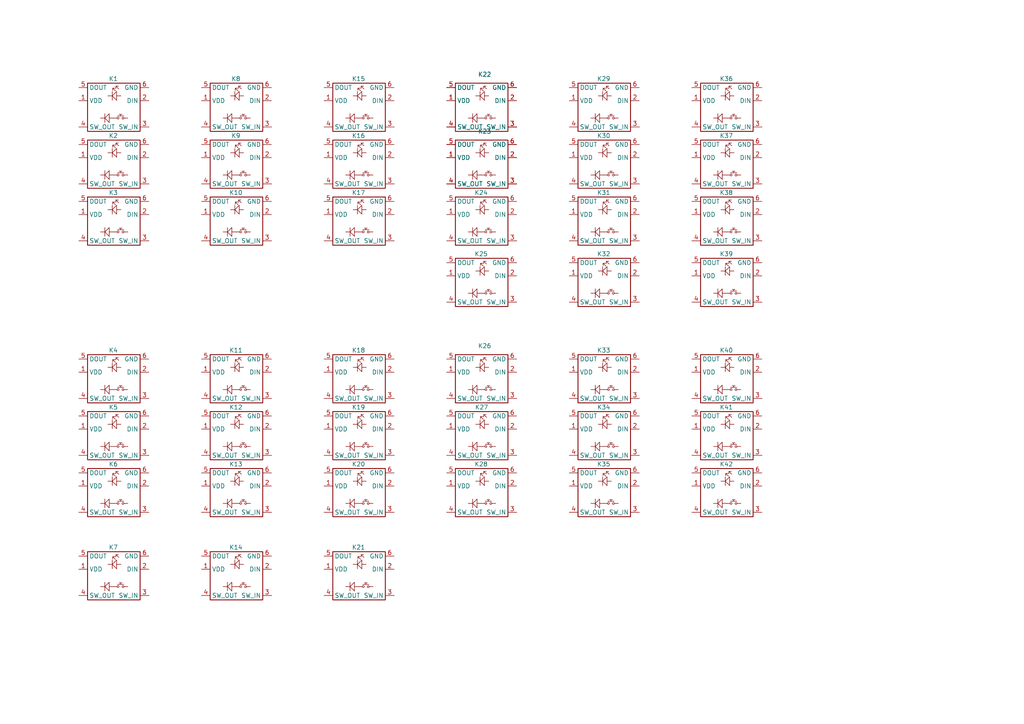
<source format=kicad_sch>
(kicad_sch (version 20211123) (generator eeschema)
  (paper "A4")
  (title_block (title "Rich Keyboard") (date "2018-11-16") (rev "1.0") (company "rvnash"))
  (lib_symbols
    (symbol "key-diode-led_11"
      (property "Reference" "K" (at 5.08 2.54 0))
      (symbol "key-diode-led_11_0_1"
        (rectangle (start -3.3256 -1.4272) (end -3.3256 -1.4272))
        (rectangle (start -2.54 10.16) (end 12.7 -3.81) (stroke (width 0.25)))
        (polyline (pts (xy 2.4692 -1.228) (xy 2.4692 1.312)))
        (polyline (pts (xy 2.4692 0.042) (xy 1.1992 0.042)))
        (polyline (pts (xy 4.6175 5.2168) (xy 4.6175 7.7568)))
        (polyline (pts (xy 4.6175 6.4868) (xy 3.3475 6.4868)))
        (polyline (pts (xy 4.7445 8.6966) (xy 4.7445 8.0616)))
        (polyline (pts (xy 5.0092 0.042) (xy 3.7392 0.042)))
        (polyline (pts (xy 5.6843 9.2808) (xy 5.6843 8.6458)))
        (polyline (pts (xy 5.9998 0.042) (xy 5.0346 0.042)))
        (polyline (pts (xy 7.0158 0.7278) (xy 7.0158 1.058)))
        (polyline (pts (xy 7.1575 6.4868) (xy 5.8875 6.4868)))
        (polyline (pts (xy 7.473 1.1342) (xy 6.6348 1.1342)))
        (polyline (pts (xy 7.9556 0.677) (xy 6.1522 0.677)))
        (polyline (pts (xy 4.7445 8.722) (xy 5.4557 8.722) (xy 5.4303 8.722)))
        (polyline (pts (xy 5.6843 9.3062) (xy 6.3955 9.3062) (xy 6.3701 9.3062)))
        (polyline (pts (xy 8.0064 0.042) (xy 9.1494 0.042) (xy 9.0986 0.0674)))
        (polyline (pts (xy 3.7392 -1.228) (xy 3.7392 1.312) (xy 2.4692 0.042) (xy 3.7392 -1.228)))
        (polyline (pts (xy 5.5573 7.9092) (xy 5.5573 7.9092) (xy 5.5573 7.9092) (xy 4.7953 8.6712)))
        (polyline (pts (xy 5.8875 5.2168) (xy 5.8875 7.7568) (xy 4.6175 6.4868) (xy 5.8875 5.2168)))
        (polyline (pts (xy 6.4971 8.4934) (xy 6.4971 8.4934) (xy 6.4971 8.4934) (xy 5.7351 9.2554)))
        (circle (center 6.3046 0.042) (radius 0.2736))
        (circle (center 7.727 0.0166) (radius 0.2736))
        (arc (start 15.24 -2.54) (mid 15.24 -2.54) (end 15.24 -2.54))
      )
      (symbol "key-diode-led_11_1_1"
        (pin input line (at -5.08 5.08 0) (length 2.54) (name "VDD") (number "1"))
        (pin input line (at 15.24 5.08 180) (length 2.54) (name "DIN") (number "2"))
        (pin input line (at 15.24 -2.54 180) (length 2.54) (name "SW_IN") (number "3"))
        (pin output line (at -5.08 -2.54 0) (length 2.54) (name "SW_OUT") (number "4"))
        (pin output line (at -5.08 8.89 0) (length 2.54) (name "DOUT") (number "5"))
        (pin input line (at 15.24 8.89 180) (length 2.54) (name "GND") (number "6"))
      )
    )
    (symbol "key-diode-led_16"
      (property "Reference" "K" (at 5.08 2.54 0))
      (symbol "key-diode-led_16_0_1"
        (rectangle (start -3.3256 -1.4272) (end -3.3256 -1.4272))
        (rectangle (start -2.54 10.16) (end 12.7 -3.81) (stroke (width 0.25)))
        (polyline (pts (xy 2.4692 -1.228) (xy 2.4692 1.312)))
        (polyline (pts (xy 2.4692 0.042) (xy 1.1992 0.042)))
        (polyline (pts (xy 4.6175 5.2168) (xy 4.6175 7.7568)))
        (polyline (pts (xy 4.6175 6.4868) (xy 3.3475 6.4868)))
        (polyline (pts (xy 4.7445 8.6966) (xy 4.7445 8.0616)))
        (polyline (pts (xy 5.0092 0.042) (xy 3.7392 0.042)))
        (polyline (pts (xy 5.6843 9.2808) (xy 5.6843 8.6458)))
        (polyline (pts (xy 5.9998 0.042) (xy 5.0346 0.042)))
        (polyline (pts (xy 7.0158 0.7278) (xy 7.0158 1.058)))
        (polyline (pts (xy 7.1575 6.4868) (xy 5.8875 6.4868)))
        (polyline (pts (xy 7.473 1.1342) (xy 6.6348 1.1342)))
        (polyline (pts (xy 7.9556 0.677) (xy 6.1522 0.677)))
        (polyline (pts (xy 4.7445 8.722) (xy 5.4557 8.722) (xy 5.4303 8.722)))
        (polyline (pts (xy 5.6843 9.3062) (xy 6.3955 9.3062) (xy 6.3701 9.3062)))
        (polyline (pts (xy 8.0064 0.042) (xy 9.1494 0.042) (xy 9.0986 0.0674)))
        (polyline (pts (xy 3.7392 -1.228) (xy 3.7392 1.312) (xy 2.4692 0.042) (xy 3.7392 -1.228)))
        (polyline (pts (xy 5.5573 7.9092) (xy 5.5573 7.9092) (xy 5.5573 7.9092) (xy 4.7953 8.6712)))
        (polyline (pts (xy 5.8875 5.2168) (xy 5.8875 7.7568) (xy 4.6175 6.4868) (xy 5.8875 5.2168)))
        (polyline (pts (xy 6.4971 8.4934) (xy 6.4971 8.4934) (xy 6.4971 8.4934) (xy 5.7351 9.2554)))
        (circle (center 6.3046 0.042) (radius 0.2736))
        (circle (center 7.727 0.0166) (radius 0.2736))
        (arc (start 15.24 -2.54) (mid 15.24 -2.54) (end 15.24 -2.54))
      )
      (symbol "key-diode-led_16_1_1"
        (pin input line (at -5.08 5.08 0) (length 2.54) (name "VDD") (number "1"))
        (pin input line (at 15.24 5.08 180) (length 2.54) (name "DIN") (number "2"))
        (pin input line (at 15.24 -2.54 180) (length 2.54) (name "SW_IN") (number "3"))
        (pin output line (at -5.08 -2.54 0) (length 2.54) (name "SW_OUT") (number "4"))
        (pin output line (at -5.08 8.89 0) (length 2.54) (name "DOUT") (number "5"))
        (pin input line (at 15.24 8.89 180) (length 2.54) (name "GND") (number "6"))
      )
    )
    (symbol "key-diode-led_17"
      (property "Reference" "K" (at 5.08 2.54 0))
      (symbol "key-diode-led_17_0_1"
        (rectangle (start -3.3256 -1.4272) (end -3.3256 -1.4272))
        (rectangle (start -2.54 10.16) (end 12.7 -3.81) (stroke (width 0.25)))
        (polyline (pts (xy 2.4692 -1.228) (xy 2.4692 1.312)))
        (polyline (pts (xy 2.4692 0.042) (xy 1.1992 0.042)))
        (polyline (pts (xy 4.6175 5.2168) (xy 4.6175 7.7568)))
        (polyline (pts (xy 4.6175 6.4868) (xy 3.3475 6.4868)))
        (polyline (pts (xy 4.7445 8.6966) (xy 4.7445 8.0616)))
        (polyline (pts (xy 5.0092 0.042) (xy 3.7392 0.042)))
        (polyline (pts (xy 5.6843 9.2808) (xy 5.6843 8.6458)))
        (polyline (pts (xy 5.9998 0.042) (xy 5.0346 0.042)))
        (polyline (pts (xy 7.0158 0.7278) (xy 7.0158 1.058)))
        (polyline (pts (xy 7.1575 6.4868) (xy 5.8875 6.4868)))
        (polyline (pts (xy 7.473 1.1342) (xy 6.6348 1.1342)))
        (polyline (pts (xy 7.9556 0.677) (xy 6.1522 0.677)))
        (polyline (pts (xy 4.7445 8.722) (xy 5.4557 8.722) (xy 5.4303 8.722)))
        (polyline (pts (xy 5.6843 9.3062) (xy 6.3955 9.3062) (xy 6.3701 9.3062)))
        (polyline (pts (xy 8.0064 0.042) (xy 9.1494 0.042) (xy 9.0986 0.0674)))
        (polyline (pts (xy 3.7392 -1.228) (xy 3.7392 1.312) (xy 2.4692 0.042) (xy 3.7392 -1.228)))
        (polyline (pts (xy 5.5573 7.9092) (xy 5.5573 7.9092) (xy 5.5573 7.9092) (xy 4.7953 8.6712)))
        (polyline (pts (xy 5.8875 5.2168) (xy 5.8875 7.7568) (xy 4.6175 6.4868) (xy 5.8875 5.2168)))
        (polyline (pts (xy 6.4971 8.4934) (xy 6.4971 8.4934) (xy 6.4971 8.4934) (xy 5.7351 9.2554)))
        (circle (center 6.3046 0.042) (radius 0.2736))
        (circle (center 7.727 0.0166) (radius 0.2736))
        (arc (start 15.24 -2.54) (mid 15.24 -2.54) (end 15.24 -2.54))
      )
      (symbol "key-diode-led_17_1_1"
        (pin input line (at -5.08 5.08 0) (length 2.54) (name "VDD") (number "1"))
        (pin input line (at 15.24 5.08 180) (length 2.54) (name "DIN") (number "2"))
        (pin input line (at 15.24 -2.54 180) (length 2.54) (name "SW_IN") (number "3"))
        (pin output line (at -5.08 -2.54 0) (length 2.54) (name "SW_OUT") (number "4"))
        (pin output line (at -5.08 8.89 0) (length 2.54) (name "DOUT") (number "5"))
        (pin input line (at 15.24 8.89 180) (length 2.54) (name "GND") (number "6"))
      )
    )
    (symbol "key-diode-led_18"
      (property "Reference" "K" (at 5.08 2.54 0))
      (symbol "key-diode-led_18_0_1"
        (rectangle (start -3.3256 -1.4272) (end -3.3256 -1.4272))
        (rectangle (start -2.54 10.16) (end 12.7 -3.81) (stroke (width 0.25)))
        (polyline (pts (xy 2.4692 -1.228) (xy 2.4692 1.312)))
        (polyline (pts (xy 2.4692 0.042) (xy 1.1992 0.042)))
        (polyline (pts (xy 4.6175 5.2168) (xy 4.6175 7.7568)))
        (polyline (pts (xy 4.6175 6.4868) (xy 3.3475 6.4868)))
        (polyline (pts (xy 4.7445 8.6966) (xy 4.7445 8.0616)))
        (polyline (pts (xy 5.0092 0.042) (xy 3.7392 0.042)))
        (polyline (pts (xy 5.6843 9.2808) (xy 5.6843 8.6458)))
        (polyline (pts (xy 5.9998 0.042) (xy 5.0346 0.042)))
        (polyline (pts (xy 7.0158 0.7278) (xy 7.0158 1.058)))
        (polyline (pts (xy 7.1575 6.4868) (xy 5.8875 6.4868)))
        (polyline (pts (xy 7.473 1.1342) (xy 6.6348 1.1342)))
        (polyline (pts (xy 7.9556 0.677) (xy 6.1522 0.677)))
        (polyline (pts (xy 4.7445 8.722) (xy 5.4557 8.722) (xy 5.4303 8.722)))
        (polyline (pts (xy 5.6843 9.3062) (xy 6.3955 9.3062) (xy 6.3701 9.3062)))
        (polyline (pts (xy 8.0064 0.042) (xy 9.1494 0.042) (xy 9.0986 0.0674)))
        (polyline (pts (xy 3.7392 -1.228) (xy 3.7392 1.312) (xy 2.4692 0.042) (xy 3.7392 -1.228)))
        (polyline (pts (xy 5.5573 7.9092) (xy 5.5573 7.9092) (xy 5.5573 7.9092) (xy 4.7953 8.6712)))
        (polyline (pts (xy 5.8875 5.2168) (xy 5.8875 7.7568) (xy 4.6175 6.4868) (xy 5.8875 5.2168)))
        (polyline (pts (xy 6.4971 8.4934) (xy 6.4971 8.4934) (xy 6.4971 8.4934) (xy 5.7351 9.2554)))
        (circle (center 6.3046 0.042) (radius 0.2736))
        (circle (center 7.727 0.0166) (radius 0.2736))
        (arc (start 15.24 -2.54) (mid 15.24 -2.54) (end 15.24 -2.54))
      )
      (symbol "key-diode-led_18_1_1"
        (pin input line (at -5.08 5.08 0) (length 2.54) (name "VDD") (number "1"))
        (pin input line (at 15.24 5.08 180) (length 2.54) (name "DIN") (number "2"))
        (pin input line (at 15.24 -2.54 180) (length 2.54) (name "SW_IN") (number "3"))
        (pin output line (at -5.08 -2.54 0) (length 2.54) (name "SW_OUT") (number "4"))
        (pin output line (at -5.08 8.89 0) (length 2.54) (name "DOUT") (number "5"))
        (pin input line (at 15.24 8.89 180) (length 2.54) (name "GND") (number "6"))
      )
    )
    (symbol "key-diode-led_19"
      (property "Reference" "K" (at 5.08 2.54 0))
      (symbol "key-diode-led_19_0_1"
        (rectangle (start -3.3256 -1.4272) (end -3.3256 -1.4272))
        (rectangle (start -2.54 10.16) (end 12.7 -3.81) (stroke (width 0.25)))
        (polyline (pts (xy 2.4692 -1.228) (xy 2.4692 1.312)))
        (polyline (pts (xy 2.4692 0.042) (xy 1.1992 0.042)))
        (polyline (pts (xy 4.6175 5.2168) (xy 4.6175 7.7568)))
        (polyline (pts (xy 4.6175 6.4868) (xy 3.3475 6.4868)))
        (polyline (pts (xy 4.7445 8.6966) (xy 4.7445 8.0616)))
        (polyline (pts (xy 5.0092 0.042) (xy 3.7392 0.042)))
        (polyline (pts (xy 5.6843 9.2808) (xy 5.6843 8.6458)))
        (polyline (pts (xy 5.9998 0.042) (xy 5.0346 0.042)))
        (polyline (pts (xy 7.0158 0.7278) (xy 7.0158 1.058)))
        (polyline (pts (xy 7.1575 6.4868) (xy 5.8875 6.4868)))
        (polyline (pts (xy 7.473 1.1342) (xy 6.6348 1.1342)))
        (polyline (pts (xy 7.9556 0.677) (xy 6.1522 0.677)))
        (polyline (pts (xy 4.7445 8.722) (xy 5.4557 8.722) (xy 5.4303 8.722)))
        (polyline (pts (xy 5.6843 9.3062) (xy 6.3955 9.3062) (xy 6.3701 9.3062)))
        (polyline (pts (xy 8.0064 0.042) (xy 9.1494 0.042) (xy 9.0986 0.0674)))
        (polyline (pts (xy 3.7392 -1.228) (xy 3.7392 1.312) (xy 2.4692 0.042) (xy 3.7392 -1.228)))
        (polyline (pts (xy 5.5573 7.9092) (xy 5.5573 7.9092) (xy 5.5573 7.9092) (xy 4.7953 8.6712)))
        (polyline (pts (xy 5.8875 5.2168) (xy 5.8875 7.7568) (xy 4.6175 6.4868) (xy 5.8875 5.2168)))
        (polyline (pts (xy 6.4971 8.4934) (xy 6.4971 8.4934) (xy 6.4971 8.4934) (xy 5.7351 9.2554)))
        (circle (center 6.3046 0.042) (radius 0.2736))
        (circle (center 7.727 0.0166) (radius 0.2736))
        (arc (start 15.24 -2.54) (mid 15.24 -2.54) (end 15.24 -2.54))
      )
      (symbol "key-diode-led_19_1_1"
        (pin input line (at -5.08 5.08 0) (length 2.54) (name "VDD") (number "1"))
        (pin input line (at 15.24 5.08 180) (length 2.54) (name "DIN") (number "2"))
        (pin input line (at 15.24 -2.54 180) (length 2.54) (name "SW_IN") (number "3"))
        (pin output line (at -5.08 -2.54 0) (length 2.54) (name "SW_OUT") (number "4"))
        (pin output line (at -5.08 8.89 0) (length 2.54) (name "DOUT") (number "5"))
        (pin input line (at 15.24 8.89 180) (length 2.54) (name "GND") (number "6"))
      )
    )
    (symbol "key-diode-led_20"
      (property "Reference" "K" (at 5.08 2.54 0))
      (symbol "key-diode-led_20_0_1"
        (rectangle (start -3.3256 -1.4272) (end -3.3256 -1.4272))
        (rectangle (start -2.54 10.16) (end 12.7 -3.81) (stroke (width 0.25)))
        (polyline (pts (xy 2.4692 -1.228) (xy 2.4692 1.312)))
        (polyline (pts (xy 2.4692 0.042) (xy 1.1992 0.042)))
        (polyline (pts (xy 4.6175 5.2168) (xy 4.6175 7.7568)))
        (polyline (pts (xy 4.6175 6.4868) (xy 3.3475 6.4868)))
        (polyline (pts (xy 4.7445 8.6966) (xy 4.7445 8.0616)))
        (polyline (pts (xy 5.0092 0.042) (xy 3.7392 0.042)))
        (polyline (pts (xy 5.6843 9.2808) (xy 5.6843 8.6458)))
        (polyline (pts (xy 5.9998 0.042) (xy 5.0346 0.042)))
        (polyline (pts (xy 7.0158 0.7278) (xy 7.0158 1.058)))
        (polyline (pts (xy 7.1575 6.4868) (xy 5.8875 6.4868)))
        (polyline (pts (xy 7.473 1.1342) (xy 6.6348 1.1342)))
        (polyline (pts (xy 7.9556 0.677) (xy 6.1522 0.677)))
        (polyline (pts (xy 4.7445 8.722) (xy 5.4557 8.722) (xy 5.4303 8.722)))
        (polyline (pts (xy 5.6843 9.3062) (xy 6.3955 9.3062) (xy 6.3701 9.3062)))
        (polyline (pts (xy 8.0064 0.042) (xy 9.1494 0.042) (xy 9.0986 0.0674)))
        (polyline (pts (xy 3.7392 -1.228) (xy 3.7392 1.312) (xy 2.4692 0.042) (xy 3.7392 -1.228)))
        (polyline (pts (xy 5.5573 7.9092) (xy 5.5573 7.9092) (xy 5.5573 7.9092) (xy 4.7953 8.6712)))
        (polyline (pts (xy 5.8875 5.2168) (xy 5.8875 7.7568) (xy 4.6175 6.4868) (xy 5.8875 5.2168)))
        (polyline (pts (xy 6.4971 8.4934) (xy 6.4971 8.4934) (xy 6.4971 8.4934) (xy 5.7351 9.2554)))
        (circle (center 6.3046 0.042) (radius 0.2736))
        (circle (center 7.727 0.0166) (radius 0.2736))
        (arc (start 15.24 -2.54) (mid 15.24 -2.54) (end 15.24 -2.54))
      )
      (symbol "key-diode-led_20_1_1"
        (pin input line (at -5.08 5.08 0) (length 2.54) (name "VDD") (number "1"))
        (pin input line (at 15.24 5.08 180) (length 2.54) (name "DIN") (number "2"))
        (pin input line (at 15.24 -2.54 180) (length 2.54) (name "SW_IN") (number "3"))
        (pin output line (at -5.08 -2.54 0) (length 2.54) (name "SW_OUT") (number "4"))
        (pin output line (at -5.08 8.89 0) (length 2.54) (name "DOUT") (number "5"))
        (pin input line (at 15.24 8.89 180) (length 2.54) (name "GND") (number "6"))
      )
    )
    (symbol "key-diode-led_23"
      (property "Reference" "K" (at 5.08 2.54 0))
      (symbol "key-diode-led_23_0_1"
        (rectangle (start -3.3256 -1.4272) (end -3.3256 -1.4272))
        (rectangle (start -2.54 10.16) (end 12.7 -3.81) (stroke (width 0.25)))
        (polyline (pts (xy 2.4692 -1.228) (xy 2.4692 1.312)))
        (polyline (pts (xy 2.4692 0.042) (xy 1.1992 0.042)))
        (polyline (pts (xy 4.6175 5.2168) (xy 4.6175 7.7568)))
        (polyline (pts (xy 4.6175 6.4868) (xy 3.3475 6.4868)))
        (polyline (pts (xy 4.7445 8.6966) (xy 4.7445 8.0616)))
        (polyline (pts (xy 5.0092 0.042) (xy 3.7392 0.042)))
        (polyline (pts (xy 5.6843 9.2808) (xy 5.6843 8.6458)))
        (polyline (pts (xy 5.9998 0.042) (xy 5.0346 0.042)))
        (polyline (pts (xy 7.0158 0.7278) (xy 7.0158 1.058)))
        (polyline (pts (xy 7.1575 6.4868) (xy 5.8875 6.4868)))
        (polyline (pts (xy 7.473 1.1342) (xy 6.6348 1.1342)))
        (polyline (pts (xy 7.9556 0.677) (xy 6.1522 0.677)))
        (polyline (pts (xy 4.7445 8.722) (xy 5.4557 8.722) (xy 5.4303 8.722)))
        (polyline (pts (xy 5.6843 9.3062) (xy 6.3955 9.3062) (xy 6.3701 9.3062)))
        (polyline (pts (xy 8.0064 0.042) (xy 9.1494 0.042) (xy 9.0986 0.0674)))
        (polyline (pts (xy 3.7392 -1.228) (xy 3.7392 1.312) (xy 2.4692 0.042) (xy 3.7392 -1.228)))
        (polyline (pts (xy 5.5573 7.9092) (xy 5.5573 7.9092) (xy 5.5573 7.9092) (xy 4.7953 8.6712)))
        (polyline (pts (xy 5.8875 5.2168) (xy 5.8875 7.7568) (xy 4.6175 6.4868) (xy 5.8875 5.2168)))
        (polyline (pts (xy 6.4971 8.4934) (xy 6.4971 8.4934) (xy 6.4971 8.4934) (xy 5.7351 9.2554)))
        (circle (center 6.3046 0.042) (radius 0.2736))
        (circle (center 7.727 0.0166) (radius 0.2736))
        (arc (start 15.24 -2.54) (mid 15.24 -2.54) (end 15.24 -2.54))
      )
      (symbol "key-diode-led_23_1_1"
        (pin input line (at -5.08 5.08 0) (length 2.54) (name "VDD") (number "1"))
        (pin input line (at 15.24 5.08 180) (length 2.54) (name "DIN") (number "2"))
        (pin input line (at 15.24 -2.54 180) (length 2.54) (name "SW_IN") (number "3"))
        (pin output line (at -5.08 -2.54 0) (length 2.54) (name "SW_OUT") (number "4"))
        (pin output line (at -5.08 8.89 0) (length 2.54) (name "DOUT") (number "5"))
        (pin input line (at 15.24 8.89 180) (length 2.54) (name "GND") (number "6"))
      )
    )
    (symbol "key-diode-led_25"
      (property "Reference" "K" (at 5.08 2.54 0))
      (symbol "key-diode-led_25_0_1"
        (rectangle (start -3.3256 -1.4272) (end -3.3256 -1.4272))
        (rectangle (start -2.54 10.16) (end 12.7 -3.81) (stroke (width 0.25)))
        (polyline (pts (xy 2.4692 -1.228) (xy 2.4692 1.312)))
        (polyline (pts (xy 2.4692 0.042) (xy 1.1992 0.042)))
        (polyline (pts (xy 4.6175 5.2168) (xy 4.6175 7.7568)))
        (polyline (pts (xy 4.6175 6.4868) (xy 3.3475 6.4868)))
        (polyline (pts (xy 4.7445 8.6966) (xy 4.7445 8.0616)))
        (polyline (pts (xy 5.0092 0.042) (xy 3.7392 0.042)))
        (polyline (pts (xy 5.6843 9.2808) (xy 5.6843 8.6458)))
        (polyline (pts (xy 5.9998 0.042) (xy 5.0346 0.042)))
        (polyline (pts (xy 7.0158 0.7278) (xy 7.0158 1.058)))
        (polyline (pts (xy 7.1575 6.4868) (xy 5.8875 6.4868)))
        (polyline (pts (xy 7.473 1.1342) (xy 6.6348 1.1342)))
        (polyline (pts (xy 7.9556 0.677) (xy 6.1522 0.677)))
        (polyline (pts (xy 4.7445 8.722) (xy 5.4557 8.722) (xy 5.4303 8.722)))
        (polyline (pts (xy 5.6843 9.3062) (xy 6.3955 9.3062) (xy 6.3701 9.3062)))
        (polyline (pts (xy 8.0064 0.042) (xy 9.1494 0.042) (xy 9.0986 0.0674)))
        (polyline (pts (xy 3.7392 -1.228) (xy 3.7392 1.312) (xy 2.4692 0.042) (xy 3.7392 -1.228)))
        (polyline (pts (xy 5.5573 7.9092) (xy 5.5573 7.9092) (xy 5.5573 7.9092) (xy 4.7953 8.6712)))
        (polyline (pts (xy 5.8875 5.2168) (xy 5.8875 7.7568) (xy 4.6175 6.4868) (xy 5.8875 5.2168)))
        (polyline (pts (xy 6.4971 8.4934) (xy 6.4971 8.4934) (xy 6.4971 8.4934) (xy 5.7351 9.2554)))
        (circle (center 6.3046 0.042) (radius 0.2736))
        (circle (center 7.727 0.0166) (radius 0.2736))
        (arc (start 15.24 -2.54) (mid 15.24 -2.54) (end 15.24 -2.54))
      )
      (symbol "key-diode-led_25_1_1"
        (pin input line (at -5.08 5.08 0) (length 2.54) (name "VDD") (number "1"))
        (pin input line (at 15.24 5.08 180) (length 2.54) (name "DIN") (number "2"))
        (pin input line (at 15.24 -2.54 180) (length 2.54) (name "SW_IN") (number "3"))
        (pin output line (at -5.08 -2.54 0) (length 2.54) (name "SW_OUT") (number "4"))
        (pin output line (at -5.08 8.89 0) (length 2.54) (name "DOUT") (number "5"))
        (pin input line (at 15.24 8.89 180) (length 2.54) (name "GND") (number "6"))
      )
    )
    (symbol "key-diode-led_26"
      (property "Reference" "K" (at 5.08 2.54 0))
      (symbol "key-diode-led_26_0_1"
        (rectangle (start -3.3256 -1.4272) (end -3.3256 -1.4272))
        (rectangle (start -2.54 10.16) (end 12.7 -3.81) (stroke (width 0.25)))
        (polyline (pts (xy 2.4692 -1.228) (xy 2.4692 1.312)))
        (polyline (pts (xy 2.4692 0.042) (xy 1.1992 0.042)))
        (polyline (pts (xy 4.6175 5.2168) (xy 4.6175 7.7568)))
        (polyline (pts (xy 4.6175 6.4868) (xy 3.3475 6.4868)))
        (polyline (pts (xy 4.7445 8.6966) (xy 4.7445 8.0616)))
        (polyline (pts (xy 5.0092 0.042) (xy 3.7392 0.042)))
        (polyline (pts (xy 5.6843 9.2808) (xy 5.6843 8.6458)))
        (polyline (pts (xy 5.9998 0.042) (xy 5.0346 0.042)))
        (polyline (pts (xy 7.0158 0.7278) (xy 7.0158 1.058)))
        (polyline (pts (xy 7.1575 6.4868) (xy 5.8875 6.4868)))
        (polyline (pts (xy 7.473 1.1342) (xy 6.6348 1.1342)))
        (polyline (pts (xy 7.9556 0.677) (xy 6.1522 0.677)))
        (polyline (pts (xy 4.7445 8.722) (xy 5.4557 8.722) (xy 5.4303 8.722)))
        (polyline (pts (xy 5.6843 9.3062) (xy 6.3955 9.3062) (xy 6.3701 9.3062)))
        (polyline (pts (xy 8.0064 0.042) (xy 9.1494 0.042) (xy 9.0986 0.0674)))
        (polyline (pts (xy 3.7392 -1.228) (xy 3.7392 1.312) (xy 2.4692 0.042) (xy 3.7392 -1.228)))
        (polyline (pts (xy 5.5573 7.9092) (xy 5.5573 7.9092) (xy 5.5573 7.9092) (xy 4.7953 8.6712)))
        (polyline (pts (xy 5.8875 5.2168) (xy 5.8875 7.7568) (xy 4.6175 6.4868) (xy 5.8875 5.2168)))
        (polyline (pts (xy 6.4971 8.4934) (xy 6.4971 8.4934) (xy 6.4971 8.4934) (xy 5.7351 9.2554)))
        (circle (center 6.3046 0.042) (radius 0.2736))
        (circle (center 7.727 0.0166) (radius 0.2736))
        (arc (start 15.24 -2.54) (mid 15.24 -2.54) (end 15.24 -2.54))
      )
      (symbol "key-diode-led_26_1_1"
        (pin input line (at -5.08 5.08 0) (length 2.54) (name "VDD") (number "1"))
        (pin input line (at 15.24 5.08 180) (length 2.54) (name "DIN") (number "2"))
        (pin input line (at 15.24 -2.54 180) (length 2.54) (name "SW_IN") (number "3"))
        (pin output line (at -5.08 -2.54 0) (length 2.54) (name "SW_OUT") (number "4"))
        (pin output line (at -5.08 8.89 0) (length 2.54) (name "DOUT") (number "5"))
        (pin input line (at 15.24 8.89 180) (length 2.54) (name "GND") (number "6"))
      )
    )
    (symbol "key-diode-led_3"
      (property "Reference" "K" (at 5.08 2.54 0))
      (symbol "key-diode-led_3_0_1"
        (rectangle (start -3.3256 -1.4272) (end -3.3256 -1.4272))
        (rectangle (start -2.54 10.16) (end 12.7 -3.81) (stroke (width 0.25)))
        (polyline (pts (xy 2.4692 -1.228) (xy 2.4692 1.312)))
        (polyline (pts (xy 2.4692 0.042) (xy 1.1992 0.042)))
        (polyline (pts (xy 4.6175 5.2168) (xy 4.6175 7.7568)))
        (polyline (pts (xy 4.6175 6.4868) (xy 3.3475 6.4868)))
        (polyline (pts (xy 4.7445 8.6966) (xy 4.7445 8.0616)))
        (polyline (pts (xy 5.0092 0.042) (xy 3.7392 0.042)))
        (polyline (pts (xy 5.6843 9.2808) (xy 5.6843 8.6458)))
        (polyline (pts (xy 5.9998 0.042) (xy 5.0346 0.042)))
        (polyline (pts (xy 7.0158 0.7278) (xy 7.0158 1.058)))
        (polyline (pts (xy 7.1575 6.4868) (xy 5.8875 6.4868)))
        (polyline (pts (xy 7.473 1.1342) (xy 6.6348 1.1342)))
        (polyline (pts (xy 7.9556 0.677) (xy 6.1522 0.677)))
        (polyline (pts (xy 4.7445 8.722) (xy 5.4557 8.722) (xy 5.4303 8.722)))
        (polyline (pts (xy 5.6843 9.3062) (xy 6.3955 9.3062) (xy 6.3701 9.3062)))
        (polyline (pts (xy 8.0064 0.042) (xy 9.1494 0.042) (xy 9.0986 0.0674)))
        (polyline (pts (xy 3.7392 -1.228) (xy 3.7392 1.312) (xy 2.4692 0.042) (xy 3.7392 -1.228)))
        (polyline (pts (xy 5.5573 7.9092) (xy 5.5573 7.9092) (xy 5.5573 7.9092) (xy 4.7953 8.6712)))
        (polyline (pts (xy 5.8875 5.2168) (xy 5.8875 7.7568) (xy 4.6175 6.4868) (xy 5.8875 5.2168)))
        (polyline (pts (xy 6.4971 8.4934) (xy 6.4971 8.4934) (xy 6.4971 8.4934) (xy 5.7351 9.2554)))
        (circle (center 6.3046 0.042) (radius 0.2736))
        (circle (center 7.727 0.0166) (radius 0.2736))
        (arc (start 15.24 -2.54) (mid 15.24 -2.54) (end 15.24 -2.54))
      )
      (symbol "key-diode-led_3_1_1"
        (pin input line (at -5.08 5.08 0) (length 2.54) (name "VDD") (number "1"))
        (pin input line (at 15.24 5.08 180) (length 2.54) (name "DIN") (number "2"))
        (pin input line (at 15.24 -2.54 180) (length 2.54) (name "SW_IN") (number "3"))
        (pin output line (at -5.08 -2.54 0) (length 2.54) (name "SW_OUT") (number "4"))
        (pin output line (at -5.08 8.89 0) (length 2.54) (name "DOUT") (number "5"))
        (pin input line (at 15.24 8.89 180) (length 2.54) (name "GND") (number "6"))
      )
    )
    (symbol "key-diode-led_8"
      (property "Reference" "K" (at 5.08 2.54 0))
      (symbol "key-diode-led_8_0_1"
        (rectangle (start -3.3256 -1.4272) (end -3.3256 -1.4272))
        (rectangle (start -2.54 10.16) (end 12.7 -3.81) (stroke (width 0.25)))
        (polyline (pts (xy 2.4692 -1.228) (xy 2.4692 1.312)))
        (polyline (pts (xy 2.4692 0.042) (xy 1.1992 0.042)))
        (polyline (pts (xy 4.6175 5.2168) (xy 4.6175 7.7568)))
        (polyline (pts (xy 4.6175 6.4868) (xy 3.3475 6.4868)))
        (polyline (pts (xy 4.7445 8.6966) (xy 4.7445 8.0616)))
        (polyline (pts (xy 5.0092 0.042) (xy 3.7392 0.042)))
        (polyline (pts (xy 5.6843 9.2808) (xy 5.6843 8.6458)))
        (polyline (pts (xy 5.9998 0.042) (xy 5.0346 0.042)))
        (polyline (pts (xy 7.0158 0.7278) (xy 7.0158 1.058)))
        (polyline (pts (xy 7.1575 6.4868) (xy 5.8875 6.4868)))
        (polyline (pts (xy 7.473 1.1342) (xy 6.6348 1.1342)))
        (polyline (pts (xy 7.9556 0.677) (xy 6.1522 0.677)))
        (polyline (pts (xy 4.7445 8.722) (xy 5.4557 8.722) (xy 5.4303 8.722)))
        (polyline (pts (xy 5.6843 9.3062) (xy 6.3955 9.3062) (xy 6.3701 9.3062)))
        (polyline (pts (xy 8.0064 0.042) (xy 9.1494 0.042) (xy 9.0986 0.0674)))
        (polyline (pts (xy 3.7392 -1.228) (xy 3.7392 1.312) (xy 2.4692 0.042) (xy 3.7392 -1.228)))
        (polyline (pts (xy 5.5573 7.9092) (xy 5.5573 7.9092) (xy 5.5573 7.9092) (xy 4.7953 8.6712)))
        (polyline (pts (xy 5.8875 5.2168) (xy 5.8875 7.7568) (xy 4.6175 6.4868) (xy 5.8875 5.2168)))
        (polyline (pts (xy 6.4971 8.4934) (xy 6.4971 8.4934) (xy 6.4971 8.4934) (xy 5.7351 9.2554)))
        (circle (center 6.3046 0.042) (radius 0.2736))
        (circle (center 7.727 0.0166) (radius 0.2736))
        (arc (start 15.24 -2.54) (mid 15.24 -2.54) (end 15.24 -2.54))
      )
      (symbol "key-diode-led_8_1_1"
        (pin input line (at -5.08 5.08 0) (length 2.54) (name "VDD") (number "1"))
        (pin input line (at 15.24 5.08 180) (length 2.54) (name "DIN") (number "2"))
        (pin input line (at 15.24 -2.54 180) (length 2.54) (name "SW_IN") (number "3"))
        (pin output line (at -5.08 -2.54 0) (length 2.54) (name "SW_OUT") (number "4"))
        (pin output line (at -5.08 8.89 0) (length 2.54) (name "DOUT") (number "5"))
        (pin input line (at 15.24 8.89 180) (length 2.54) (name "GND") (number "6"))
      )
    )
    (symbol "nashlib:key-diode-led"
      (property "Reference" "K" (at 5.08 2.54 0))
      (symbol "key-diode-led_0_1"
        (rectangle (start -3.3256 -1.4272) (end -3.3256 -1.4272))
        (rectangle (start -2.54 10.16) (end 12.7 -3.81) (stroke (width 0.25)))
        (polyline (pts (xy 2.4692 -1.228) (xy 2.4692 1.312)))
        (polyline (pts (xy 2.4692 0.042) (xy 1.1992 0.042)))
        (polyline (pts (xy 4.6175 5.2168) (xy 4.6175 7.7568)))
        (polyline (pts (xy 4.6175 6.4868) (xy 3.3475 6.4868)))
        (polyline (pts (xy 4.7445 8.6966) (xy 4.7445 8.0616)))
        (polyline (pts (xy 5.0092 0.042) (xy 3.7392 0.042)))
        (polyline (pts (xy 5.6843 9.2808) (xy 5.6843 8.6458)))
        (polyline (pts (xy 5.9998 0.042) (xy 5.0346 0.042)))
        (polyline (pts (xy 7.0158 0.7278) (xy 7.0158 1.058)))
        (polyline (pts (xy 7.1575 6.4868) (xy 5.8875 6.4868)))
        (polyline (pts (xy 7.473 1.1342) (xy 6.6348 1.1342)))
        (polyline (pts (xy 7.9556 0.677) (xy 6.1522 0.677)))
        (polyline (pts (xy 4.7445 8.722) (xy 5.4557 8.722) (xy 5.4303 8.722)))
        (polyline (pts (xy 5.6843 9.3062) (xy 6.3955 9.3062) (xy 6.3701 9.3062)))
        (polyline (pts (xy 8.0064 0.042) (xy 9.1494 0.042) (xy 9.0986 0.0674)))
        (polyline (pts (xy 3.7392 -1.228) (xy 3.7392 1.312) (xy 2.4692 0.042) (xy 3.7392 -1.228)))
        (polyline (pts (xy 5.5573 7.9092) (xy 5.5573 7.9092) (xy 5.5573 7.9092) (xy 4.7953 8.6712)))
        (polyline (pts (xy 5.8875 5.2168) (xy 5.8875 7.7568) (xy 4.6175 6.4868) (xy 5.8875 5.2168)))
        (polyline (pts (xy 6.4971 8.4934) (xy 6.4971 8.4934) (xy 6.4971 8.4934) (xy 5.7351 9.2554)))
        (circle (center 6.3046 0.042) (radius 0.2736))
        (circle (center 7.727 0.0166) (radius 0.2736))
        (arc (start 15.24 -2.54) (mid 15.24 -2.54) (end 15.24 -2.54))
      )
      (symbol "key-diode-led_1_1"
        (pin input line (at -5.08 5.08 0) (length 2.54) (name "VDD") (number "1"))
        (pin input line (at 15.24 5.08 180) (length 2.54) (name "DIN") (number "2"))
        (pin input line (at 15.24 -2.54 180) (length 2.54) (name "SW_IN") (number "3"))
        (pin output line (at -5.08 -2.54 0) (length 2.54) (name "SW_OUT") (number "4"))
        (pin output line (at -5.08 8.89 0) (length 2.54) (name "DOUT") (number "5"))
        (pin input line (at 15.24 8.89 180) (length 2.54) (name "GND") (number "6"))
      )
    )
  )
  (symbol (lib_name "key-diode-led_17") (lib_id "nashlib:key-diode-led") (at 63.5 34.29 0) (unit 1)
    (property "Reference" "K8" (at 68.4372 22.86 0))
    (property "Value" "key-diode-led" (effects hide))
    (property "Footprint" "nashlib:key_diode_led" (effects hide))
  )
  (symbol (lib_id "nashlib:key-diode-led") (at 134.62 113.03 0) (unit 1)
    (property "Reference" "K26" (at 140.5772 100.33 0))
    (property "Value" "key-diode-led" (effects hide))
    (property "Footprint" "nashlib:key_diode_led" (effects hide))
  )
  (symbol (lib_name "key-diode-led_16") (lib_id "nashlib:key-diode-led") (at 63.5 129.54 0) (unit 1)
    (property "Reference" "K12" (at 68.4372 118.11 0))
    (property "Value" "key-diode-led" (effects hide))
    (property "Footprint" "nashlib:key_diode_led" (effects hide))
  )
  (symbol (lib_id "nashlib:key-diode-led") (at 205.74 67.31 0) (unit 1)
    (property "Reference" "K38" (at 210.6772 55.88 0))
    (property "Value" "key-diode-led" (effects hide))
    (property "Footprint" "nashlib:key_diode_led" (effects hide))
  )
  (symbol (lib_name "key-diode-led_17") (lib_id "nashlib:key-diode-led") (at 63.5 113.03 0) (unit 1)
    (property "Reference" "K11" (at 68.4372 101.6 0))
    (property "Value" "key-diode-led" (effects hide))
    (property "Footprint" "nashlib:key_diode_led" (effects hide))
  )
  (symbol (lib_name "key-diode-led_19") (lib_id "nashlib:key-diode-led") (at 99.06 50.8 0) (unit 1)
    (property "Reference" "K16" (at 103.9972 39.37 0))
    (property "Value" "key-diode-led" (effects hide))
    (property "Footprint" "nashlib:key_diode_led" (effects hide))
  )
  (symbol (lib_name "key-diode-led_20") (lib_id "nashlib:key-diode-led") (at 99.06 146.05 0) (unit 1)
    (property "Reference" "K20" (at 103.9972 134.62 0))
    (property "Value" "key-diode-led" (effects hide))
    (property "Footprint" "nashlib:key_diode_led" (effects hide))
  )
  (symbol (lib_name "key-diode-led_3") (lib_id "nashlib:key-diode-led") (at 134.62 85.09 0) (unit 1)
    (property "Reference" "K25" (at 139.5572 73.66 0))
    (property "Value" "key-diode-led" (effects hide))
    (property "Footprint" "nashlib:key_diode_led" (effects hide))
  )
  (symbol (lib_name "key-diode-led_20") (lib_id "nashlib:key-diode-led") (at 99.06 67.31 0) (unit 1)
    (property "Reference" "K17" (at 103.9972 55.88 0))
    (property "Value" "key-diode-led" (effects hide))
    (property "Footprint" "nashlib:key_diode_led" (effects hide))
  )
  (symbol (lib_name "key-diode-led_3") (lib_id "nashlib:key-diode-led") (at 27.94 170.18 0) (unit 1)
    (property "Reference" "K7" (at 32.8772 158.75 0))
    (property "Value" "key-diode-led" (effects hide))
    (property "Footprint" "nashlib:key_diode_led" (effects hide))
  )
  (symbol (lib_id "nashlib:key-diode-led") (at 170.18 146.05 0) (unit 1)
    (property "Reference" "K35" (at 175.1172 134.62 0))
    (property "Value" "key-diode-led" (effects hide))
    (property "Footprint" "nashlib:key_diode_led" (effects hide))
  )
  (symbol (lib_name "key-diode-led_25") (lib_id "nashlib:key-diode-led") (at 27.94 113.03 0) (unit 1)
    (property "Reference" "K4" (at 32.8772 101.6 0))
    (property "Value" "key-diode-led" (effects hide))
    (property "Footprint" "nashlib:key_diode_led" (effects hide))
  )
  (symbol (lib_name "key-diode-led_8") (lib_id "nashlib:key-diode-led") (at 205.74 85.09 0) (unit 1)
    (property "Reference" "K39" (at 210.6772 73.66 0))
    (property "Value" "key-diode-led" (effects hide))
    (property "Footprint" "nashlib:key_diode_led" (effects hide))
  )
  (symbol (lib_id "nashlib:key-diode-led") (at 134.62 67.31 0) (unit 1)
    (property "Reference" "K24" (at 139.5572 55.88 0))
    (property "Value" "key-diode-led" (effects hide))
    (property "Footprint" "nashlib:key_diode_led" (effects hide))
  )
  (symbol (lib_id "nashlib:key-diode-led") (at 134.62 146.05 0) (unit 1)
    (property "Reference" "K28" (at 139.5572 134.62 0))
    (property "Value" "key-diode-led" (effects hide))
    (property "Footprint" "nashlib:key_diode_led" (effects hide))
  )
  (symbol (lib_name "key-diode-led_8") (lib_id "nashlib:key-diode-led") (at 99.06 170.18 0) (unit 1)
    (property "Reference" "K21" (at 103.9972 158.75 0))
    (property "Value" "key-diode-led" (effects hide))
    (property "Footprint" "nashlib:key_diode_led" (effects hide))
  )
  (symbol (lib_name "key-diode-led_26") (lib_id "nashlib:key-diode-led") (at 27.94 146.05 0) (unit 1)
    (property "Reference" "K6" (at 32.8772 134.62 0))
    (property "Value" "key-diode-led" (effects hide))
    (property "Footprint" "nashlib:key_diode_led" (effects hide))
  )
  (symbol (lib_id "nashlib:key-diode-led") (at 170.18 67.31 0) (unit 1)
    (property "Reference" "K31" (at 175.1172 55.88 0))
    (property "Value" "key-diode-led" (effects hide))
    (property "Footprint" "nashlib:key_diode_led" (effects hide))
  )
  (symbol (lib_name "key-diode-led_11") (lib_id "nashlib:key-diode-led") (at 170.18 85.09 0) (unit 1)
    (property "Reference" "K32" (at 175.1172 73.66 0))
    (property "Value" "key-diode-led" (effects hide))
    (property "Footprint" "nashlib:key_diode_led" (effects hide))
  )
  (symbol (lib_id "nashlib:key-diode-led") (at 205.74 146.05 0) (unit 1)
    (property "Reference" "K42" (at 210.6772 134.62 0))
    (property "Value" "key-diode-led" (effects hide))
    (property "Footprint" "nashlib:key_diode_led" (effects hide))
  )
  (symbol (lib_id "nashlib:key-diode-led") (at 134.62 50.8 0) (unit 1)
    (property "Reference" "K23" (at 140.5772 38.1 0))
    (property "Value" "key-diode-led" (effects hide))
    (property "Footprint" "nashlib:key_diode_led" (effects hide))
  )
  (symbol (lib_name "key-diode-led_18") (lib_id "nashlib:key-diode-led") (at 63.5 67.31 0) (unit 1)
    (property "Reference" "K10" (at 68.4372 55.88 0))
    (property "Value" "key-diode-led" (effects hide))
    (property "Footprint" "nashlib:key_diode_led" (effects hide))
  )
  (symbol (lib_id "nashlib:key-diode-led") (at 205.74 34.29 0) (unit 1)
    (property "Reference" "K36" (at 210.6772 22.86 0))
    (property "Value" "key-diode-led" (effects hide))
    (property "Footprint" "nashlib:key_diode_led" (effects hide))
  )
  (symbol (lib_name "key-diode-led_25") (lib_id "nashlib:key-diode-led") (at 27.94 129.54 0) (unit 1)
    (property "Reference" "K5" (at 32.8772 118.11 0))
    (property "Value" "key-diode-led" (effects hide))
    (property "Footprint" "nashlib:key_diode_led" (effects hide))
  )
  (symbol (lib_id "nashlib:key-diode-led") (at 170.18 113.03 0) (unit 1)
    (property "Reference" "K33" (at 175.1172 101.6 0))
    (property "Value" "key-diode-led" (effects hide))
    (property "Footprint" "nashlib:key_diode_led" (effects hide))
  )
  (symbol (lib_id "nashlib:key-diode-led") (at 134.62 34.29 0) (unit 1)
    (property "Reference" "K22" (at 140.5772 21.59 0))
    (property "Value" "key-diode-led" (effects hide))
    (property "Footprint" "nashlib:key_diode_led" (effects hide))
  )
  (symbol (lib_name "key-diode-led_25") (lib_id "nashlib:key-diode-led") (at 27.94 50.8 0) (unit 1)
    (property "Reference" "K2" (at 32.8772 39.37 0))
    (property "Value" "key-diode-led" (effects hide))
    (property "Footprint" "nashlib:key_diode_led" (effects hide))
  )
  (symbol (lib_name "key-diode-led_23") (lib_id "nashlib:key-diode-led") (at 99.06 113.03 0) (unit 1)
    (property "Reference" "K18" (at 103.9972 101.6 0))
    (property "Value" "key-diode-led" (effects hide))
    (property "Footprint" "nashlib:key_diode_led" (effects hide))
  )
  (symbol (lib_id "nashlib:key-diode-led") (at 205.74 50.8 0) (unit 1)
    (property "Reference" "K37" (at 210.6772 39.37 0))
    (property "Value" "key-diode-led" (effects hide))
    (property "Footprint" "nashlib:key_diode_led" (effects hide))
  )
  (symbol (lib_id "nashlib:key-diode-led") (at 170.18 129.54 0) (unit 1)
    (property "Reference" "K34" (at 175.1172 118.11 0))
    (property "Value" "key-diode-led" (effects hide))
    (property "Footprint" "nashlib:key_diode_led" (effects hide))
  )
  (symbol (lib_id "nashlib:key-diode-led") (at 170.18 34.29 0) (unit 1)
    (property "Reference" "K29" (at 175.1172 22.86 0))
    (property "Value" "key-diode-led" (effects hide))
    (property "Footprint" "nashlib:key_diode_led" (effects hide))
  )
  (symbol (lib_id "nashlib:key-diode-led") (at 205.74 129.54 0) (unit 1)
    (property "Reference" "K41" (at 210.6772 118.11 0))
    (property "Value" "key-diode-led" (effects hide))
    (property "Footprint" "nashlib:key_diode_led" (effects hide))
  )
  (symbol (lib_id "nashlib:key-diode-led") (at 134.62 129.54 0) (unit 1)
    (property "Reference" "K27" (at 139.7 118.11 0))
    (property "Value" "key-diode-led" (effects hide))
    (property "Footprint" "nashlib:key_diode_led" (effects hide))
  )
  (symbol (lib_id "nashlib:key-diode-led") (at 205.74 113.03 0) (unit 1)
    (property "Reference" "K40" (at 210.6772 101.6 0))
    (property "Value" "key-diode-led" (effects hide))
    (property "Footprint" "nashlib:key_diode_led" (effects hide))
  )
  (symbol (lib_name "key-diode-led_18") (lib_id "nashlib:key-diode-led") (at 63.5 146.05 0) (unit 1)
    (property "Reference" "K13" (at 68.4372 134.62 0))
    (property "Value" "key-diode-led" (effects hide))
    (property "Footprint" "nashlib:key_diode_led" (effects hide))
  )
  (symbol (lib_name "key-diode-led_26") (lib_id "nashlib:key-diode-led") (at 27.94 67.31 0) (unit 1)
    (property "Reference" "K3" (at 32.8772 55.88 0))
    (property "Value" "key-diode-led" (effects hide))
    (property "Footprint" "nashlib:key_diode_led" (effects hide))
  )
  (symbol (lib_name "key-diode-led_19") (lib_id "nashlib:key-diode-led") (at 99.06 129.54 0) (unit 1)
    (property "Reference" "K19" (at 103.9972 118.11 0))
    (property "Value" "key-diode-led" (effects hide))
    (property "Footprint" "nashlib:key_diode_led" (effects hide))
  )
  (symbol (lib_name "key-diode-led_16") (lib_id "nashlib:key-diode-led") (at 63.5 50.8 0) (unit 1)
    (property "Reference" "K9" (at 68.4372 39.37 0))
    (property "Value" "key-diode-led" (effects hide))
    (property "Footprint" "nashlib:key_diode_led" (effects hide))
  )
  (symbol (lib_name "key-diode-led_25") (lib_id "nashlib:key-diode-led") (at 27.94 34.29 0) (unit 1)
    (property "Reference" "K1" (at 32.8772 22.86 0))
    (property "Value" "key-diode-led" (effects hide))
    (property "Footprint" "nashlib:key_diode_led" (effects hide))
  )
  (symbol (lib_id "nashlib:key-diode-led") (at 170.18 50.8 0) (unit 1)
    (property "Reference" "K30" (at 175.1172 39.37 0))
    (property "Value" "key-diode-led" (effects hide))
    (property "Footprint" "nashlib:key_diode_led" (effects hide))
  )
  (symbol (lib_name "key-diode-led_11") (lib_id "nashlib:key-diode-led") (at 63.5 170.18 0) (unit 1)
    (property "Reference" "K14" (at 68.4372 158.75 0))
    (property "Value" "key-diode-led" (effects hide))
    (property "Footprint" "nashlib:key_diode_led" (effects hide))
  )
  (symbol (lib_name "key-diode-led_23") (lib_id "nashlib:key-diode-led") (at 99.06 34.29 0) (unit 1)
    (property "Reference" "K15" (at 103.9972 22.86 0))
    (property "Value" "key-diode-led" (effects hide))
    (property "Footprint" "nashlib:key_diode_led" (effects hide))
  )
)
</source>
